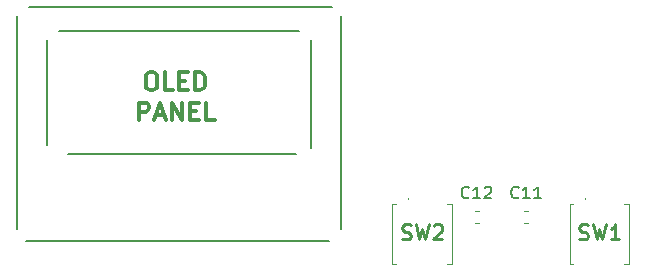
<source format=gbr>
G04 #@! TF.GenerationSoftware,KiCad,Pcbnew,(5.0.2)-1*
G04 #@! TF.CreationDate,2020-02-24T21:14:20+01:00*
G04 #@! TF.ProjectId,Poziomica 1.0,506f7a69-6f6d-4696-9361-20312e302e6b,rev?*
G04 #@! TF.SameCoordinates,Original*
G04 #@! TF.FileFunction,Legend,Top*
G04 #@! TF.FilePolarity,Positive*
%FSLAX46Y46*%
G04 Gerber Fmt 4.6, Leading zero omitted, Abs format (unit mm)*
G04 Created by KiCad (PCBNEW (5.0.2)-1) date 24.02.2020 21:14:20*
%MOMM*%
%LPD*%
G01*
G04 APERTURE LIST*
%ADD10C,0.200000*%
%ADD11C,0.300000*%
%ADD12C,0.100000*%
%ADD13C,0.120000*%
%ADD14C,0.254000*%
%ADD15C,0.150000*%
G04 APERTURE END LIST*
D10*
X12192000Y-19858000D02*
X12192000Y-28748000D01*
X34544000Y-19858000D02*
X34544000Y-29002000D01*
X13970000Y-29510000D02*
X33274000Y-29510000D01*
X13208000Y-19096000D02*
X33528000Y-19096000D01*
D11*
X20935428Y-22587571D02*
X21221142Y-22587571D01*
X21364000Y-22659000D01*
X21506857Y-22801857D01*
X21578285Y-23087571D01*
X21578285Y-23587571D01*
X21506857Y-23873285D01*
X21364000Y-24016142D01*
X21221142Y-24087571D01*
X20935428Y-24087571D01*
X20792571Y-24016142D01*
X20649714Y-23873285D01*
X20578285Y-23587571D01*
X20578285Y-23087571D01*
X20649714Y-22801857D01*
X20792571Y-22659000D01*
X20935428Y-22587571D01*
X22935428Y-24087571D02*
X22221142Y-24087571D01*
X22221142Y-22587571D01*
X23435428Y-23301857D02*
X23935428Y-23301857D01*
X24149714Y-24087571D02*
X23435428Y-24087571D01*
X23435428Y-22587571D01*
X24149714Y-22587571D01*
X24792571Y-24087571D02*
X24792571Y-22587571D01*
X25149714Y-22587571D01*
X25364000Y-22659000D01*
X25506857Y-22801857D01*
X25578285Y-22944714D01*
X25649714Y-23230428D01*
X25649714Y-23444714D01*
X25578285Y-23730428D01*
X25506857Y-23873285D01*
X25364000Y-24016142D01*
X25149714Y-24087571D01*
X24792571Y-24087571D01*
X20006857Y-26637571D02*
X20006857Y-25137571D01*
X20578285Y-25137571D01*
X20721142Y-25209000D01*
X20792571Y-25280428D01*
X20864000Y-25423285D01*
X20864000Y-25637571D01*
X20792571Y-25780428D01*
X20721142Y-25851857D01*
X20578285Y-25923285D01*
X20006857Y-25923285D01*
X21435428Y-26209000D02*
X22149714Y-26209000D01*
X21292571Y-26637571D02*
X21792571Y-25137571D01*
X22292571Y-26637571D01*
X22792571Y-26637571D02*
X22792571Y-25137571D01*
X23649714Y-26637571D01*
X23649714Y-25137571D01*
X24364000Y-25851857D02*
X24864000Y-25851857D01*
X25078285Y-26637571D02*
X24364000Y-26637571D01*
X24364000Y-25137571D01*
X25078285Y-25137571D01*
X26435428Y-26637571D02*
X25721142Y-26637571D01*
X25721142Y-25137571D01*
D10*
X36068000Y-36876000D02*
X10414000Y-36876000D01*
X37084000Y-17826000D02*
X37084000Y-35860000D01*
X10668000Y-17064000D02*
X36322000Y-17064000D01*
X9652000Y-35860000D02*
X9652000Y-17826000D01*
D12*
G04 #@! TO.C,SW2*
X41780000Y-33760000D02*
X41480000Y-33760000D01*
X41480000Y-33760000D02*
X41480000Y-38800000D01*
X41480000Y-38800000D02*
X41780000Y-38800000D01*
X46080000Y-38800000D02*
X46520000Y-38800000D01*
X46520000Y-38800000D02*
X46520000Y-33760000D01*
X46520000Y-33760000D02*
X46180000Y-33760000D01*
X46080000Y-33760000D02*
X46180000Y-33760000D01*
X42780000Y-33300000D02*
X42780000Y-33300000D01*
X42780000Y-33200000D02*
X42780000Y-33200000D01*
X42780000Y-33200000D02*
G75*
G03X42780000Y-33300000I0J-50000D01*
G01*
X42780000Y-33300000D02*
G75*
G03X42780000Y-33200000I0J50000D01*
G01*
G04 #@! TO.C,SW1*
X56780000Y-33760000D02*
X56480000Y-33760000D01*
X56480000Y-33760000D02*
X56480000Y-38800000D01*
X56480000Y-38800000D02*
X56780000Y-38800000D01*
X61080000Y-38800000D02*
X61520000Y-38800000D01*
X61520000Y-38800000D02*
X61520000Y-33760000D01*
X61520000Y-33760000D02*
X61180000Y-33760000D01*
X61080000Y-33760000D02*
X61180000Y-33760000D01*
X57780000Y-33300000D02*
X57780000Y-33300000D01*
X57780000Y-33200000D02*
X57780000Y-33200000D01*
X57780000Y-33200000D02*
G75*
G03X57780000Y-33300000I0J-50000D01*
G01*
X57780000Y-33300000D02*
G75*
G03X57780000Y-33200000I0J50000D01*
G01*
D13*
G04 #@! TO.C,C11*
X52971267Y-34290000D02*
X52628733Y-34290000D01*
X52971267Y-35310000D02*
X52628733Y-35310000D01*
G04 #@! TO.C,C12*
X48428733Y-34290000D02*
X48771267Y-34290000D01*
X48428733Y-35310000D02*
X48771267Y-35310000D01*
G04 #@! TO.C,SW2*
D14*
X42306666Y-36661047D02*
X42488095Y-36721523D01*
X42790476Y-36721523D01*
X42911428Y-36661047D01*
X42971904Y-36600571D01*
X43032380Y-36479619D01*
X43032380Y-36358666D01*
X42971904Y-36237714D01*
X42911428Y-36177238D01*
X42790476Y-36116761D01*
X42548571Y-36056285D01*
X42427619Y-35995809D01*
X42367142Y-35935333D01*
X42306666Y-35814380D01*
X42306666Y-35693428D01*
X42367142Y-35572476D01*
X42427619Y-35512000D01*
X42548571Y-35451523D01*
X42850952Y-35451523D01*
X43032380Y-35512000D01*
X43455714Y-35451523D02*
X43758095Y-36721523D01*
X44000000Y-35814380D01*
X44241904Y-36721523D01*
X44544285Y-35451523D01*
X44967619Y-35572476D02*
X45028095Y-35512000D01*
X45149047Y-35451523D01*
X45451428Y-35451523D01*
X45572380Y-35512000D01*
X45632857Y-35572476D01*
X45693333Y-35693428D01*
X45693333Y-35814380D01*
X45632857Y-35995809D01*
X44907142Y-36721523D01*
X45693333Y-36721523D01*
G04 #@! TO.C,SW1*
X57306666Y-36661047D02*
X57488095Y-36721523D01*
X57790476Y-36721523D01*
X57911428Y-36661047D01*
X57971904Y-36600571D01*
X58032380Y-36479619D01*
X58032380Y-36358666D01*
X57971904Y-36237714D01*
X57911428Y-36177238D01*
X57790476Y-36116761D01*
X57548571Y-36056285D01*
X57427619Y-35995809D01*
X57367142Y-35935333D01*
X57306666Y-35814380D01*
X57306666Y-35693428D01*
X57367142Y-35572476D01*
X57427619Y-35512000D01*
X57548571Y-35451523D01*
X57850952Y-35451523D01*
X58032380Y-35512000D01*
X58455714Y-35451523D02*
X58758095Y-36721523D01*
X59000000Y-35814380D01*
X59241904Y-36721523D01*
X59544285Y-35451523D01*
X60693333Y-36721523D02*
X59967619Y-36721523D01*
X60330476Y-36721523D02*
X60330476Y-35451523D01*
X60209523Y-35632952D01*
X60088571Y-35753904D01*
X59967619Y-35814380D01*
G04 #@! TO.C,C11*
D15*
X52157142Y-33157142D02*
X52109523Y-33204761D01*
X51966666Y-33252380D01*
X51871428Y-33252380D01*
X51728571Y-33204761D01*
X51633333Y-33109523D01*
X51585714Y-33014285D01*
X51538095Y-32823809D01*
X51538095Y-32680952D01*
X51585714Y-32490476D01*
X51633333Y-32395238D01*
X51728571Y-32300000D01*
X51871428Y-32252380D01*
X51966666Y-32252380D01*
X52109523Y-32300000D01*
X52157142Y-32347619D01*
X53109523Y-33252380D02*
X52538095Y-33252380D01*
X52823809Y-33252380D02*
X52823809Y-32252380D01*
X52728571Y-32395238D01*
X52633333Y-32490476D01*
X52538095Y-32538095D01*
X54061904Y-33252380D02*
X53490476Y-33252380D01*
X53776190Y-33252380D02*
X53776190Y-32252380D01*
X53680952Y-32395238D01*
X53585714Y-32490476D01*
X53490476Y-32538095D01*
G04 #@! TO.C,C12*
X47957142Y-33157142D02*
X47909523Y-33204761D01*
X47766666Y-33252380D01*
X47671428Y-33252380D01*
X47528571Y-33204761D01*
X47433333Y-33109523D01*
X47385714Y-33014285D01*
X47338095Y-32823809D01*
X47338095Y-32680952D01*
X47385714Y-32490476D01*
X47433333Y-32395238D01*
X47528571Y-32300000D01*
X47671428Y-32252380D01*
X47766666Y-32252380D01*
X47909523Y-32300000D01*
X47957142Y-32347619D01*
X48909523Y-33252380D02*
X48338095Y-33252380D01*
X48623809Y-33252380D02*
X48623809Y-32252380D01*
X48528571Y-32395238D01*
X48433333Y-32490476D01*
X48338095Y-32538095D01*
X49290476Y-32347619D02*
X49338095Y-32300000D01*
X49433333Y-32252380D01*
X49671428Y-32252380D01*
X49766666Y-32300000D01*
X49814285Y-32347619D01*
X49861904Y-32442857D01*
X49861904Y-32538095D01*
X49814285Y-32680952D01*
X49242857Y-33252380D01*
X49861904Y-33252380D01*
G04 #@! TD*
M02*

</source>
